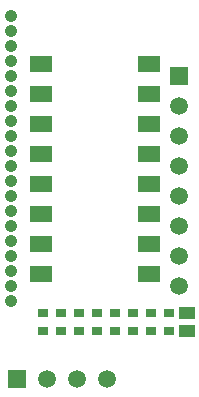
<source format=gbr>
G04*
G04 #@! TF.GenerationSoftware,Altium Limited,Altium Designer,24.9.1 (31)*
G04*
G04 Layer_Color=255*
%FSLAX25Y25*%
%MOIN*%
G70*
G04*
G04 #@! TF.SameCoordinates,DAC1C6B3-9DD7-490D-B82B-BCBA8ACD2817*
G04*
G04*
G04 #@! TF.FilePolarity,Positive*
G04*
G01*
G75*
%ADD31R,0.03200X0.03000*%
%ADD38C,0.04200*%
%ADD39C,0.05906*%
%ADD40R,0.05906X0.05906*%
%ADD41R,0.05900X0.05900*%
%ADD42C,0.05900*%
%ADD44R,0.05512X0.04331*%
%ADD45R,0.07700X0.05300*%
D31*
X21500Y46050D02*
D03*
Y39950D02*
D03*
X27500Y46050D02*
D03*
Y39950D02*
D03*
X33500Y46050D02*
D03*
Y39950D02*
D03*
X39500Y46050D02*
D03*
Y39950D02*
D03*
X45500Y46050D02*
D03*
Y39950D02*
D03*
X51500Y46050D02*
D03*
Y39950D02*
D03*
X57500Y46050D02*
D03*
Y39950D02*
D03*
X63500Y46050D02*
D03*
Y39950D02*
D03*
D38*
X11000Y50000D02*
D03*
Y55000D02*
D03*
Y60000D02*
D03*
Y65000D02*
D03*
Y70000D02*
D03*
Y75000D02*
D03*
Y80000D02*
D03*
Y85000D02*
D03*
Y90000D02*
D03*
Y95000D02*
D03*
Y100000D02*
D03*
Y105000D02*
D03*
Y110000D02*
D03*
Y115000D02*
D03*
Y120000D02*
D03*
Y125000D02*
D03*
Y130000D02*
D03*
Y135000D02*
D03*
Y140000D02*
D03*
Y145000D02*
D03*
D39*
X67000Y55000D02*
D03*
Y65000D02*
D03*
Y75000D02*
D03*
Y85000D02*
D03*
Y95000D02*
D03*
Y105000D02*
D03*
Y115000D02*
D03*
D40*
Y125000D02*
D03*
D41*
X13000Y24000D02*
D03*
D42*
X23000D02*
D03*
X33000D02*
D03*
X43000D02*
D03*
D44*
X69500Y40047D02*
D03*
Y45953D02*
D03*
D45*
X57100Y129000D02*
D03*
Y119000D02*
D03*
Y109000D02*
D03*
Y99000D02*
D03*
Y89000D02*
D03*
Y79000D02*
D03*
Y69000D02*
D03*
Y59000D02*
D03*
X20900D02*
D03*
Y69000D02*
D03*
Y79000D02*
D03*
Y89000D02*
D03*
Y99000D02*
D03*
Y109000D02*
D03*
Y119000D02*
D03*
Y129000D02*
D03*
M02*

</source>
